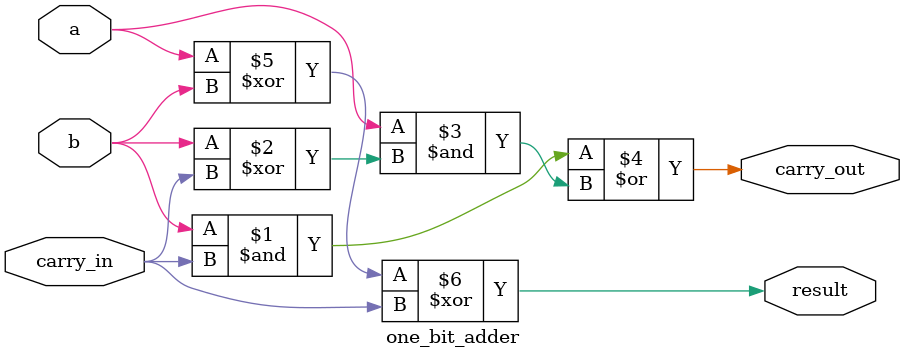
<source format=v>
module one_bit_adder(a, b, carry_in, carry_out, result);
	input a, b, carry_in;
	output carry_out, result;

	assign carry_out = (b&carry_in) | (a&(b^carry_in));
	assign result = a^b^carry_in;

endmodule


</source>
